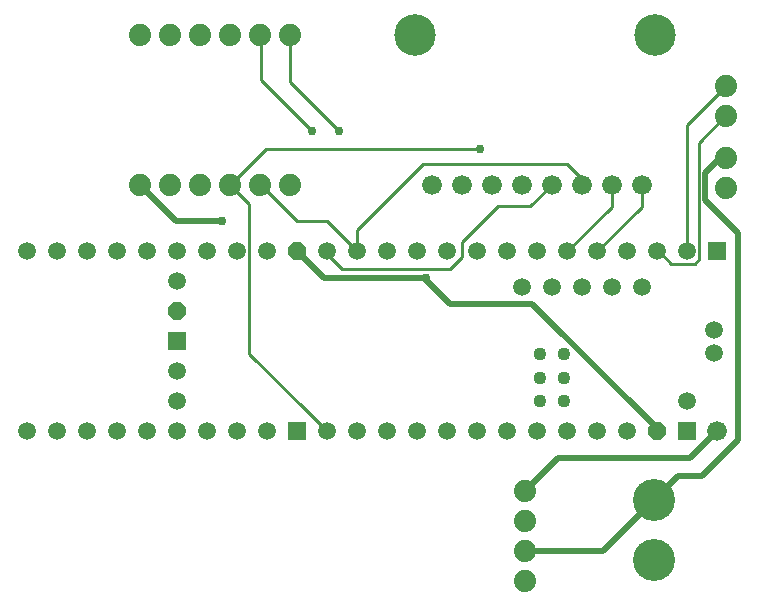
<source format=gbr>
G04 EAGLE Gerber RS-274X export*
G75*
%MOMM*%
%FSLAX34Y34*%
%LPD*%
%INTop Copper*%
%IPPOS*%
%AMOC8*
5,1,8,0,0,1.08239X$1,22.5*%
G01*
%ADD10R,1.508000X1.508000*%
%ADD11C,1.676400*%
%ADD12P,1.632244X8X292.500000*%
%ADD13C,1.508000*%
%ADD14C,1.108000*%
%ADD15C,3.516000*%
%ADD16C,1.879600*%
%ADD17C,3.556000*%
%ADD18C,0.508000*%
%ADD19C,0.756400*%
%ADD20C,0.254000*%
%ADD21C,0.152400*%


D10*
X764540Y723900D03*
X307340Y647700D03*
X739140Y571500D03*
D11*
X764540Y571500D03*
D12*
X713740Y571500D03*
X307340Y673100D03*
D13*
X307340Y698500D03*
X307340Y622300D03*
X307340Y596900D03*
X434340Y571500D03*
X434340Y723900D03*
X739140Y723900D03*
X713740Y723900D03*
X688340Y723900D03*
X662940Y723900D03*
X637540Y723900D03*
X612140Y723900D03*
X586740Y723900D03*
X561340Y723900D03*
X535940Y723900D03*
X510540Y723900D03*
X485140Y723900D03*
X459740Y723900D03*
X739140Y596900D03*
X459740Y571500D03*
X485140Y571500D03*
X510540Y571500D03*
X535940Y571500D03*
X561340Y571500D03*
X586740Y571500D03*
X612140Y571500D03*
X637540Y571500D03*
X662940Y571500D03*
X688340Y571500D03*
D12*
X408940Y723900D03*
D13*
X358140Y723900D03*
X332740Y723900D03*
X307340Y723900D03*
X281940Y723900D03*
X256540Y723900D03*
X231140Y723900D03*
X205740Y723900D03*
X180340Y723900D03*
X383540Y571500D03*
X358140Y571500D03*
X332740Y571500D03*
X307340Y571500D03*
X281940Y571500D03*
X256540Y571500D03*
X231140Y571500D03*
X205740Y571500D03*
X180340Y571500D03*
X701040Y693900D03*
X675640Y693900D03*
X650240Y693900D03*
X624840Y693900D03*
X599440Y693900D03*
X383540Y723900D03*
D10*
X408940Y571500D03*
D13*
X762240Y637700D03*
X762240Y657700D03*
D14*
X634840Y596900D03*
X634840Y616900D03*
X634840Y636900D03*
X614840Y596900D03*
X614840Y616900D03*
X614840Y636900D03*
D11*
X522986Y780288D03*
X548386Y780288D03*
X573786Y780288D03*
X599186Y780288D03*
X624586Y780288D03*
X649986Y780288D03*
X675386Y780288D03*
X700786Y780288D03*
D15*
X509016Y907288D03*
X712216Y907288D03*
D16*
X601980Y520700D03*
X601980Y495300D03*
X601980Y469900D03*
X601980Y444500D03*
X772160Y777240D03*
X772160Y802640D03*
X275844Y906907D03*
X301244Y906907D03*
X326644Y906907D03*
X352044Y906907D03*
X377444Y906907D03*
X402844Y906907D03*
X276098Y779907D03*
X301498Y779907D03*
X326898Y779907D03*
X352298Y779907D03*
X377698Y779907D03*
X403098Y779907D03*
X772160Y863600D03*
X772160Y838200D03*
D17*
X711200Y462280D03*
X711200Y513080D03*
D18*
X713740Y571500D02*
X713740Y574040D01*
D19*
X345440Y749300D03*
D18*
X306705Y749300D02*
X276098Y779907D01*
X306705Y749300D02*
X345440Y749300D01*
X608330Y679450D02*
X713740Y574040D01*
D19*
X518160Y701040D03*
D18*
X431800Y701040D02*
X408940Y723900D01*
X518160Y701040D02*
X518160Y699770D01*
X538480Y679450D01*
X608330Y679450D01*
X518160Y701040D02*
X431800Y701040D01*
D20*
X368474Y763731D02*
X352298Y779907D01*
X382651Y810260D01*
X563880Y810260D01*
D19*
X563880Y810260D03*
D20*
X368474Y763731D02*
X368474Y665654D01*
X416560Y589280D02*
X419100Y586740D01*
X434340Y571500D01*
X416560Y589280D02*
X368474Y637366D01*
X368474Y665654D01*
X606298Y762000D02*
X624586Y780288D01*
X548640Y731520D02*
X548640Y718820D01*
X538480Y708660D01*
X447040Y708660D01*
X434340Y721360D01*
X434340Y723900D01*
X579120Y762000D02*
X606298Y762000D01*
X579120Y762000D02*
X548640Y731520D01*
X378460Y905891D02*
X377444Y906907D01*
X378460Y905891D02*
X378460Y868680D01*
X421640Y825500D01*
D19*
X421640Y825500D03*
D20*
X434340Y749300D02*
X459740Y723900D01*
X434340Y749300D02*
X408940Y749300D01*
X378333Y779907D01*
X377698Y779907D01*
X649986Y780288D02*
X649986Y785114D01*
X637540Y797560D01*
X515620Y797560D01*
X459740Y741680D02*
X459740Y723900D01*
X459740Y741680D02*
X515620Y797560D01*
D18*
X629920Y548640D02*
X601980Y520700D01*
X741680Y548640D02*
X764540Y571500D01*
X741680Y548640D02*
X629920Y548640D01*
X782320Y563880D02*
X782320Y739140D01*
X754380Y767080D01*
X754380Y789940D01*
X767080Y802640D01*
X772160Y802640D01*
X731520Y533400D02*
X711200Y513080D01*
X731520Y533400D02*
X751840Y533400D01*
X782320Y563880D01*
X668020Y469900D02*
X601980Y469900D01*
X668020Y469900D02*
X711200Y513080D01*
D20*
X700786Y761746D02*
X700786Y780288D01*
X700786Y761746D02*
X662940Y723900D01*
X675386Y761746D02*
X675386Y780288D01*
X675386Y761746D02*
X637540Y723900D01*
D21*
X771525Y838200D02*
X772160Y838200D01*
D20*
X749474Y746663D02*
X749474Y717080D01*
X745961Y713566D01*
X725662Y713566D01*
X715328Y723900D02*
X713740Y723900D01*
X715328Y723900D02*
X725662Y713566D01*
X749474Y746663D02*
X749046Y747091D01*
X749046Y815721D02*
X771525Y838200D01*
X749046Y815721D02*
X749046Y747091D01*
X739140Y830580D02*
X772160Y863600D01*
X739140Y830580D02*
X739140Y723900D01*
X402844Y867156D02*
X402844Y906907D01*
X402844Y867156D02*
X444500Y825500D01*
D19*
X444500Y825500D03*
M02*

</source>
